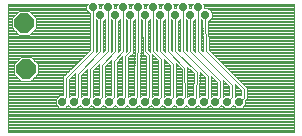
<source format=gbl>
G75*
%MOIN*%
%OFA0B0*%
%FSLAX25Y25*%
%IPPOS*%
%LPD*%
%AMOC8*
5,1,8,0,0,1.08239X$1,22.5*
%
%ADD10C,0.02787*%
%ADD11C,0.00492*%
%ADD12OC8,0.06496*%
D10*
X0045371Y0024406D03*
X0049308Y0024406D03*
X0053245Y0024406D03*
X0057201Y0024406D03*
X0061119Y0024406D03*
X0065056Y0024406D03*
X0068993Y0024406D03*
X0072930Y0024406D03*
X0076867Y0024406D03*
X0080804Y0024406D03*
X0084741Y0024406D03*
X0088678Y0024406D03*
X0092615Y0024406D03*
X0096552Y0024406D03*
X0100489Y0024406D03*
X0104426Y0024406D03*
X0093166Y0053323D03*
X0090686Y0055843D03*
X0088166Y0053323D03*
X0085686Y0055843D03*
X0083166Y0053323D03*
X0080686Y0055843D03*
X0078166Y0053323D03*
X0075686Y0055843D03*
X0073166Y0053323D03*
X0070686Y0055843D03*
X0068166Y0053323D03*
X0065686Y0055843D03*
X0063166Y0053323D03*
X0060686Y0055843D03*
X0058166Y0053323D03*
X0055686Y0055843D03*
D11*
X0027375Y0057067D02*
X0027375Y0014283D01*
X0122816Y0014283D01*
X0122816Y0057067D01*
X0092476Y0057067D01*
X0092818Y0056726D01*
X0092818Y0055455D01*
X0094049Y0055455D01*
X0095298Y0054206D01*
X0095298Y0052440D01*
X0094171Y0051313D01*
X0094283Y0041747D01*
X0106420Y0029611D01*
X0106435Y0029610D01*
X0106706Y0029324D01*
X0106985Y0029045D01*
X0106985Y0029030D01*
X0106996Y0029018D01*
X0106985Y0028624D01*
X0106985Y0028230D01*
X0106974Y0028219D01*
X0106917Y0026156D01*
X0106922Y0026150D01*
X0106906Y0025750D01*
X0106895Y0025349D01*
X0106889Y0025343D01*
X0106889Y0025336D01*
X0106593Y0025064D01*
X0106558Y0025030D01*
X0106558Y0023522D01*
X0105309Y0022274D01*
X0103543Y0022274D01*
X0102457Y0023359D01*
X0101372Y0022274D01*
X0099606Y0022274D01*
X0098520Y0023359D01*
X0097435Y0022274D01*
X0095669Y0022274D01*
X0094583Y0023359D01*
X0093498Y0022274D01*
X0091732Y0022274D01*
X0090646Y0023359D01*
X0089561Y0022274D01*
X0087795Y0022274D01*
X0086709Y0023359D01*
X0085624Y0022274D01*
X0083858Y0022274D01*
X0082772Y0023359D01*
X0081687Y0022274D01*
X0079921Y0022274D01*
X0078835Y0023359D01*
X0077750Y0022274D01*
X0075984Y0022274D01*
X0074898Y0023359D01*
X0073813Y0022274D01*
X0072047Y0022274D01*
X0070961Y0023359D01*
X0069876Y0022274D01*
X0068110Y0022274D01*
X0067024Y0023359D01*
X0065939Y0022274D01*
X0064173Y0022274D01*
X0063087Y0023359D01*
X0062002Y0022274D01*
X0060236Y0022274D01*
X0059160Y0023349D01*
X0058084Y0022274D01*
X0056318Y0022274D01*
X0055223Y0023369D01*
X0054128Y0022274D01*
X0052362Y0022274D01*
X0051276Y0023359D01*
X0050191Y0022274D01*
X0048425Y0022274D01*
X0047339Y0023359D01*
X0046254Y0022274D01*
X0044488Y0022274D01*
X0043239Y0023522D01*
X0043239Y0025289D01*
X0044488Y0026537D01*
X0045863Y0026537D01*
X0045863Y0032786D01*
X0054626Y0041548D01*
X0054710Y0053803D01*
X0053554Y0054959D01*
X0053554Y0056726D01*
X0053895Y0057067D01*
X0027375Y0057067D01*
X0027375Y0056752D02*
X0053580Y0056752D01*
X0053554Y0056262D02*
X0027375Y0056262D01*
X0027375Y0055771D02*
X0053554Y0055771D01*
X0053554Y0055280D02*
X0027375Y0055280D01*
X0027375Y0054790D02*
X0053724Y0054790D01*
X0054214Y0054299D02*
X0034796Y0054299D01*
X0034423Y0054671D02*
X0031121Y0054671D01*
X0028786Y0052336D01*
X0028786Y0049034D01*
X0031121Y0046699D01*
X0034423Y0046699D01*
X0036759Y0049034D01*
X0036759Y0052336D01*
X0034423Y0054671D01*
X0035286Y0053808D02*
X0054705Y0053808D01*
X0054707Y0053318D02*
X0035777Y0053318D01*
X0036268Y0052827D02*
X0054704Y0052827D01*
X0054700Y0052336D02*
X0036758Y0052336D01*
X0036759Y0051846D02*
X0054697Y0051846D01*
X0054693Y0051355D02*
X0036759Y0051355D01*
X0036759Y0050865D02*
X0054690Y0050865D01*
X0054687Y0050374D02*
X0036759Y0050374D01*
X0036759Y0049883D02*
X0054683Y0049883D01*
X0054680Y0049393D02*
X0036759Y0049393D01*
X0036627Y0048902D02*
X0054676Y0048902D01*
X0054673Y0048411D02*
X0036136Y0048411D01*
X0035645Y0047921D02*
X0054670Y0047921D01*
X0054666Y0047430D02*
X0035155Y0047430D01*
X0034664Y0046939D02*
X0054663Y0046939D01*
X0054659Y0046449D02*
X0027375Y0046449D01*
X0027375Y0046939D02*
X0030881Y0046939D01*
X0030390Y0047430D02*
X0027375Y0047430D01*
X0027375Y0047921D02*
X0029899Y0047921D01*
X0029409Y0048411D02*
X0027375Y0048411D01*
X0027375Y0048902D02*
X0028918Y0048902D01*
X0028786Y0049393D02*
X0027375Y0049393D01*
X0027375Y0049883D02*
X0028786Y0049883D01*
X0028786Y0050374D02*
X0027375Y0050374D01*
X0027375Y0050865D02*
X0028786Y0050865D01*
X0028786Y0051355D02*
X0027375Y0051355D01*
X0027375Y0051846D02*
X0028786Y0051846D01*
X0028786Y0052336D02*
X0027375Y0052336D01*
X0027375Y0052827D02*
X0029277Y0052827D01*
X0029768Y0053318D02*
X0027375Y0053318D01*
X0027375Y0053808D02*
X0030258Y0053808D01*
X0030749Y0054299D02*
X0027375Y0054299D01*
X0027375Y0045958D02*
X0054656Y0045958D01*
X0054653Y0045468D02*
X0027375Y0045468D01*
X0027375Y0044977D02*
X0054649Y0044977D01*
X0054646Y0044486D02*
X0027375Y0044486D01*
X0027375Y0043996D02*
X0054642Y0043996D01*
X0054639Y0043505D02*
X0027375Y0043505D01*
X0027375Y0043014D02*
X0054636Y0043014D01*
X0054632Y0042524D02*
X0027375Y0042524D01*
X0027375Y0042033D02*
X0054629Y0042033D01*
X0054620Y0041542D02*
X0027375Y0041542D01*
X0027375Y0041052D02*
X0054129Y0041052D01*
X0053638Y0040561D02*
X0027375Y0040561D01*
X0027375Y0040071D02*
X0053148Y0040071D01*
X0052657Y0039580D02*
X0027375Y0039580D01*
X0027375Y0039089D02*
X0031287Y0039089D01*
X0031613Y0039415D02*
X0029278Y0037080D01*
X0029278Y0033778D01*
X0031613Y0031443D01*
X0034916Y0031443D01*
X0037251Y0033778D01*
X0037251Y0037080D01*
X0034916Y0039415D01*
X0031613Y0039415D01*
X0030797Y0038599D02*
X0027375Y0038599D01*
X0027375Y0038108D02*
X0030306Y0038108D01*
X0029815Y0037617D02*
X0027375Y0037617D01*
X0027375Y0037127D02*
X0029325Y0037127D01*
X0029278Y0036636D02*
X0027375Y0036636D01*
X0027375Y0036145D02*
X0029278Y0036145D01*
X0029278Y0035655D02*
X0027375Y0035655D01*
X0027375Y0035164D02*
X0029278Y0035164D01*
X0029278Y0034674D02*
X0027375Y0034674D01*
X0027375Y0034183D02*
X0029278Y0034183D01*
X0029364Y0033692D02*
X0027375Y0033692D01*
X0027375Y0033202D02*
X0029855Y0033202D01*
X0030345Y0032711D02*
X0027375Y0032711D01*
X0027375Y0032220D02*
X0030836Y0032220D01*
X0031327Y0031730D02*
X0027375Y0031730D01*
X0027375Y0031239D02*
X0045863Y0031239D01*
X0045863Y0030748D02*
X0027375Y0030748D01*
X0027375Y0030258D02*
X0045863Y0030258D01*
X0045863Y0029767D02*
X0027375Y0029767D01*
X0027375Y0029277D02*
X0045863Y0029277D01*
X0045863Y0028786D02*
X0027375Y0028786D01*
X0027375Y0028295D02*
X0045863Y0028295D01*
X0045863Y0027805D02*
X0027375Y0027805D01*
X0027375Y0027314D02*
X0045863Y0027314D01*
X0045863Y0026823D02*
X0027375Y0026823D01*
X0027375Y0026333D02*
X0044283Y0026333D01*
X0043792Y0025842D02*
X0027375Y0025842D01*
X0027375Y0025351D02*
X0043302Y0025351D01*
X0043239Y0024861D02*
X0027375Y0024861D01*
X0027375Y0024370D02*
X0043239Y0024370D01*
X0043239Y0023879D02*
X0027375Y0023879D01*
X0027375Y0023389D02*
X0043372Y0023389D01*
X0043863Y0022898D02*
X0027375Y0022898D01*
X0027375Y0022408D02*
X0044354Y0022408D01*
X0046388Y0022408D02*
X0048291Y0022408D01*
X0047800Y0022898D02*
X0046878Y0022898D01*
X0045371Y0024406D02*
X0046847Y0025882D01*
X0046847Y0032378D01*
X0055607Y0041138D01*
X0055705Y0055350D01*
X0055686Y0055843D01*
X0057791Y0056752D02*
X0058580Y0056752D01*
X0058554Y0056726D02*
X0058554Y0055455D01*
X0057818Y0055455D01*
X0057818Y0056726D01*
X0057476Y0057067D01*
X0058895Y0057067D01*
X0058554Y0056726D01*
X0058554Y0056262D02*
X0057818Y0056262D01*
X0057818Y0055771D02*
X0058554Y0055771D01*
X0060686Y0055843D02*
X0060725Y0041236D01*
X0054721Y0035232D01*
X0054721Y0025882D01*
X0053245Y0024406D01*
X0054752Y0022898D02*
X0055694Y0022898D01*
X0056184Y0022408D02*
X0054262Y0022408D01*
X0052228Y0022408D02*
X0050325Y0022408D01*
X0050815Y0022898D02*
X0051737Y0022898D01*
X0049308Y0024406D02*
X0050784Y0025882D01*
X0050784Y0033756D01*
X0058166Y0041138D01*
X0058166Y0053323D01*
X0056665Y0051809D02*
X0057182Y0051292D01*
X0057182Y0041545D01*
X0056591Y0040955D01*
X0056591Y0041134D01*
X0056665Y0051809D01*
X0056662Y0051355D02*
X0057119Y0051355D01*
X0057182Y0050865D02*
X0056659Y0050865D01*
X0056655Y0050374D02*
X0057182Y0050374D01*
X0057182Y0049883D02*
X0056652Y0049883D01*
X0056648Y0049393D02*
X0057182Y0049393D01*
X0057182Y0048902D02*
X0056645Y0048902D01*
X0056642Y0048411D02*
X0057182Y0048411D01*
X0057182Y0047921D02*
X0056638Y0047921D01*
X0056635Y0047430D02*
X0057182Y0047430D01*
X0057182Y0046939D02*
X0056631Y0046939D01*
X0056628Y0046449D02*
X0057182Y0046449D01*
X0057182Y0045958D02*
X0056625Y0045958D01*
X0056621Y0045468D02*
X0057182Y0045468D01*
X0057182Y0044977D02*
X0056618Y0044977D01*
X0056614Y0044486D02*
X0057182Y0044486D01*
X0057182Y0043996D02*
X0056611Y0043996D01*
X0056608Y0043505D02*
X0057182Y0043505D01*
X0057182Y0043014D02*
X0056604Y0043014D01*
X0056601Y0042524D02*
X0057182Y0042524D01*
X0057182Y0042033D02*
X0056597Y0042033D01*
X0056594Y0041542D02*
X0057179Y0041542D01*
X0056688Y0041052D02*
X0056591Y0041052D01*
X0059150Y0041053D02*
X0059740Y0041643D01*
X0059712Y0051854D01*
X0059150Y0051292D01*
X0059150Y0041053D01*
X0059150Y0041542D02*
X0059639Y0041542D01*
X0059739Y0042033D02*
X0059150Y0042033D01*
X0059150Y0042524D02*
X0059737Y0042524D01*
X0059736Y0043014D02*
X0059150Y0043014D01*
X0059150Y0043505D02*
X0059735Y0043505D01*
X0059733Y0043996D02*
X0059150Y0043996D01*
X0059150Y0044486D02*
X0059732Y0044486D01*
X0059731Y0044977D02*
X0059150Y0044977D01*
X0059150Y0045468D02*
X0059729Y0045468D01*
X0059728Y0045958D02*
X0059150Y0045958D01*
X0059150Y0046449D02*
X0059727Y0046449D01*
X0059725Y0046939D02*
X0059150Y0046939D01*
X0059150Y0047430D02*
X0059724Y0047430D01*
X0059723Y0047921D02*
X0059150Y0047921D01*
X0059150Y0048411D02*
X0059721Y0048411D01*
X0059720Y0048902D02*
X0059150Y0048902D01*
X0059150Y0049393D02*
X0059719Y0049393D01*
X0059717Y0049883D02*
X0059150Y0049883D01*
X0059150Y0050374D02*
X0059716Y0050374D01*
X0059715Y0050865D02*
X0059150Y0050865D01*
X0059213Y0051355D02*
X0059714Y0051355D01*
X0059704Y0051846D02*
X0059712Y0051846D01*
X0061681Y0051793D02*
X0062185Y0051289D01*
X0062201Y0041545D01*
X0061710Y0041054D01*
X0061709Y0041237D01*
X0061709Y0041644D01*
X0061708Y0041645D01*
X0061681Y0051793D01*
X0061682Y0051355D02*
X0062119Y0051355D01*
X0062186Y0050865D02*
X0061683Y0050865D01*
X0061685Y0050374D02*
X0062187Y0050374D01*
X0062187Y0049883D02*
X0061686Y0049883D01*
X0061687Y0049393D02*
X0062188Y0049393D01*
X0062189Y0048902D02*
X0061689Y0048902D01*
X0061690Y0048411D02*
X0062190Y0048411D01*
X0062190Y0047921D02*
X0061691Y0047921D01*
X0061693Y0047430D02*
X0062191Y0047430D01*
X0062192Y0046939D02*
X0061694Y0046939D01*
X0061695Y0046449D02*
X0062193Y0046449D01*
X0062194Y0045958D02*
X0061697Y0045958D01*
X0061698Y0045468D02*
X0062194Y0045468D01*
X0062195Y0044977D02*
X0061699Y0044977D01*
X0061701Y0044486D02*
X0062196Y0044486D01*
X0062197Y0043996D02*
X0061702Y0043996D01*
X0061703Y0043505D02*
X0062198Y0043505D01*
X0062198Y0043014D02*
X0061705Y0043014D01*
X0061706Y0042524D02*
X0062199Y0042524D01*
X0062200Y0042033D02*
X0061707Y0042033D01*
X0061709Y0041542D02*
X0062198Y0041542D01*
X0063186Y0041138D02*
X0063166Y0053323D01*
X0064691Y0051833D02*
X0064663Y0041547D01*
X0064170Y0041053D01*
X0064170Y0041135D01*
X0064170Y0041545D01*
X0064169Y0041546D01*
X0064154Y0051295D01*
X0064691Y0051833D01*
X0064689Y0051355D02*
X0064213Y0051355D01*
X0064154Y0050865D02*
X0064688Y0050865D01*
X0064687Y0050374D02*
X0064155Y0050374D01*
X0064156Y0049883D02*
X0064685Y0049883D01*
X0064684Y0049393D02*
X0064157Y0049393D01*
X0064157Y0048902D02*
X0064683Y0048902D01*
X0064682Y0048411D02*
X0064158Y0048411D01*
X0064159Y0047921D02*
X0064680Y0047921D01*
X0064679Y0047430D02*
X0064160Y0047430D01*
X0064161Y0046939D02*
X0064678Y0046939D01*
X0064676Y0046449D02*
X0064161Y0046449D01*
X0064162Y0045958D02*
X0064675Y0045958D01*
X0064674Y0045468D02*
X0064163Y0045468D01*
X0064164Y0044977D02*
X0064672Y0044977D01*
X0064671Y0044486D02*
X0064165Y0044486D01*
X0064165Y0043996D02*
X0064670Y0043996D01*
X0064668Y0043505D02*
X0064166Y0043505D01*
X0064167Y0043014D02*
X0064667Y0043014D01*
X0064666Y0042524D02*
X0064168Y0042524D01*
X0064168Y0042033D02*
X0064664Y0042033D01*
X0064659Y0041542D02*
X0064170Y0041542D01*
X0063186Y0041138D02*
X0058658Y0036610D01*
X0058658Y0025882D01*
X0057201Y0024406D01*
X0055705Y0025924D02*
X0055705Y0034825D01*
X0057674Y0036793D01*
X0057674Y0026537D01*
X0056318Y0026537D01*
X0055705Y0025924D01*
X0055705Y0026333D02*
X0056114Y0026333D01*
X0055705Y0026823D02*
X0057674Y0026823D01*
X0057674Y0027314D02*
X0055705Y0027314D01*
X0055705Y0027805D02*
X0057674Y0027805D01*
X0057674Y0028295D02*
X0055705Y0028295D01*
X0055705Y0028786D02*
X0057674Y0028786D01*
X0057674Y0029277D02*
X0055705Y0029277D01*
X0055705Y0029767D02*
X0057674Y0029767D01*
X0057674Y0030258D02*
X0055705Y0030258D01*
X0055705Y0030748D02*
X0057674Y0030748D01*
X0057674Y0031239D02*
X0055705Y0031239D01*
X0055705Y0031730D02*
X0057674Y0031730D01*
X0057674Y0032220D02*
X0055705Y0032220D01*
X0055705Y0032711D02*
X0057674Y0032711D01*
X0057674Y0033202D02*
X0055705Y0033202D01*
X0055705Y0033692D02*
X0057674Y0033692D01*
X0057674Y0034183D02*
X0055705Y0034183D01*
X0055705Y0034674D02*
X0057674Y0034674D01*
X0057674Y0035164D02*
X0056045Y0035164D01*
X0056536Y0035655D02*
X0057674Y0035655D01*
X0057674Y0036145D02*
X0057026Y0036145D01*
X0057517Y0036636D02*
X0057674Y0036636D01*
X0059642Y0036203D02*
X0061611Y0038171D01*
X0061611Y0026537D01*
X0060236Y0026537D01*
X0059642Y0025944D01*
X0059642Y0036203D01*
X0059642Y0036145D02*
X0061611Y0036145D01*
X0061611Y0035655D02*
X0059642Y0035655D01*
X0059642Y0035164D02*
X0061611Y0035164D01*
X0061611Y0034674D02*
X0059642Y0034674D01*
X0059642Y0034183D02*
X0061611Y0034183D01*
X0061611Y0033692D02*
X0059642Y0033692D01*
X0059642Y0033202D02*
X0061611Y0033202D01*
X0061611Y0032711D02*
X0059642Y0032711D01*
X0059642Y0032220D02*
X0061611Y0032220D01*
X0061611Y0031730D02*
X0059642Y0031730D01*
X0059642Y0031239D02*
X0061611Y0031239D01*
X0061611Y0030748D02*
X0059642Y0030748D01*
X0059642Y0030258D02*
X0061611Y0030258D01*
X0061611Y0029767D02*
X0059642Y0029767D01*
X0059642Y0029277D02*
X0061611Y0029277D01*
X0061611Y0028786D02*
X0059642Y0028786D01*
X0059642Y0028295D02*
X0061611Y0028295D01*
X0061611Y0027805D02*
X0059642Y0027805D01*
X0059642Y0027314D02*
X0061611Y0027314D01*
X0061611Y0026823D02*
X0059642Y0026823D01*
X0059642Y0026333D02*
X0060031Y0026333D01*
X0061119Y0024406D02*
X0062595Y0025882D01*
X0062595Y0038087D01*
X0065646Y0041138D01*
X0065686Y0055843D01*
X0067818Y0055771D02*
X0068554Y0055771D01*
X0068554Y0055455D02*
X0067818Y0055455D01*
X0067818Y0056726D01*
X0067476Y0057067D01*
X0068895Y0057067D01*
X0068554Y0056726D01*
X0068554Y0055455D01*
X0068554Y0056262D02*
X0067818Y0056262D01*
X0067791Y0056752D02*
X0068580Y0056752D01*
X0070686Y0055843D02*
X0070686Y0055390D01*
X0070469Y0025882D01*
X0068993Y0024406D01*
X0070500Y0022898D02*
X0071422Y0022898D01*
X0071913Y0022408D02*
X0070010Y0022408D01*
X0067976Y0022408D02*
X0066073Y0022408D01*
X0066563Y0022898D02*
X0067485Y0022898D01*
X0065056Y0024406D02*
X0066532Y0025882D01*
X0066532Y0039563D01*
X0068205Y0041236D01*
X0068166Y0053185D01*
X0068166Y0053323D01*
X0066659Y0051815D02*
X0067188Y0051286D01*
X0067220Y0041643D01*
X0066631Y0041053D01*
X0066631Y0041136D01*
X0066659Y0051815D01*
X0066658Y0051355D02*
X0067119Y0051355D01*
X0067189Y0050865D02*
X0066657Y0050865D01*
X0066655Y0050374D02*
X0067191Y0050374D01*
X0067193Y0049883D02*
X0066654Y0049883D01*
X0066653Y0049393D02*
X0067194Y0049393D01*
X0067196Y0048902D02*
X0066651Y0048902D01*
X0066650Y0048411D02*
X0067197Y0048411D01*
X0067199Y0047921D02*
X0066649Y0047921D01*
X0066647Y0047430D02*
X0067201Y0047430D01*
X0067202Y0046939D02*
X0066646Y0046939D01*
X0066645Y0046449D02*
X0067204Y0046449D01*
X0067206Y0045958D02*
X0066643Y0045958D01*
X0066642Y0045468D02*
X0067207Y0045468D01*
X0067209Y0044977D02*
X0066641Y0044977D01*
X0066640Y0044486D02*
X0067210Y0044486D01*
X0067212Y0043996D02*
X0066638Y0043996D01*
X0066637Y0043505D02*
X0067214Y0043505D01*
X0067215Y0043014D02*
X0066636Y0043014D01*
X0066634Y0042524D02*
X0067217Y0042524D01*
X0067219Y0042033D02*
X0066633Y0042033D01*
X0066632Y0041542D02*
X0067120Y0041542D01*
X0068432Y0040071D02*
X0069589Y0040071D01*
X0069593Y0040561D02*
X0068922Y0040561D01*
X0068902Y0040541D02*
X0069190Y0040829D01*
X0069190Y0040830D01*
X0069191Y0040832D01*
X0069190Y0041239D01*
X0069190Y0041644D01*
X0069188Y0041645D01*
X0069156Y0051298D01*
X0069675Y0051817D01*
X0069490Y0026537D01*
X0068110Y0026537D01*
X0067516Y0025944D01*
X0067516Y0039155D01*
X0068614Y0040253D01*
X0068616Y0040253D01*
X0068902Y0040541D01*
X0069190Y0041052D02*
X0069596Y0041052D01*
X0069600Y0041542D02*
X0069190Y0041542D01*
X0069187Y0042033D02*
X0069603Y0042033D01*
X0069607Y0042524D02*
X0069185Y0042524D01*
X0069184Y0043014D02*
X0069611Y0043014D01*
X0069614Y0043505D02*
X0069182Y0043505D01*
X0069181Y0043996D02*
X0069618Y0043996D01*
X0069621Y0044486D02*
X0069179Y0044486D01*
X0069177Y0044977D02*
X0069625Y0044977D01*
X0069629Y0045468D02*
X0069176Y0045468D01*
X0069174Y0045958D02*
X0069632Y0045958D01*
X0069636Y0046449D02*
X0069172Y0046449D01*
X0069171Y0046939D02*
X0069639Y0046939D01*
X0069643Y0047430D02*
X0069169Y0047430D01*
X0069168Y0047921D02*
X0069647Y0047921D01*
X0069650Y0048411D02*
X0069166Y0048411D01*
X0069164Y0048902D02*
X0069654Y0048902D01*
X0069657Y0049393D02*
X0069163Y0049393D01*
X0069161Y0049883D02*
X0069661Y0049883D01*
X0069665Y0050374D02*
X0069160Y0050374D01*
X0069158Y0050865D02*
X0069668Y0050865D01*
X0069672Y0051355D02*
X0069213Y0051355D01*
X0071640Y0051355D02*
X0072119Y0051355D01*
X0072192Y0051282D02*
X0072241Y0041136D01*
X0072241Y0040730D01*
X0072243Y0040728D01*
X0072243Y0040725D01*
X0072531Y0040440D01*
X0073422Y0039549D01*
X0073422Y0026537D01*
X0072047Y0026537D01*
X0071454Y0025945D01*
X0071644Y0051830D01*
X0072192Y0051282D01*
X0072194Y0050865D02*
X0071637Y0050865D01*
X0071633Y0050374D02*
X0072196Y0050374D01*
X0072198Y0049883D02*
X0071630Y0049883D01*
X0071626Y0049393D02*
X0072201Y0049393D01*
X0072203Y0048902D02*
X0071622Y0048902D01*
X0071619Y0048411D02*
X0072206Y0048411D01*
X0072208Y0047921D02*
X0071615Y0047921D01*
X0071612Y0047430D02*
X0072210Y0047430D01*
X0072213Y0046939D02*
X0071608Y0046939D01*
X0071604Y0046449D02*
X0072215Y0046449D01*
X0072217Y0045958D02*
X0071601Y0045958D01*
X0071597Y0045468D02*
X0072220Y0045468D01*
X0072222Y0044977D02*
X0071594Y0044977D01*
X0071590Y0044486D02*
X0072225Y0044486D01*
X0072227Y0043996D02*
X0071586Y0043996D01*
X0071583Y0043505D02*
X0072229Y0043505D01*
X0072232Y0043014D02*
X0071579Y0043014D01*
X0071576Y0042524D02*
X0072234Y0042524D01*
X0072236Y0042033D02*
X0071572Y0042033D01*
X0071568Y0041542D02*
X0072239Y0041542D01*
X0072241Y0041052D02*
X0071565Y0041052D01*
X0071561Y0040561D02*
X0072409Y0040561D01*
X0072900Y0040071D02*
X0071558Y0040071D01*
X0071554Y0039580D02*
X0073391Y0039580D01*
X0073422Y0039089D02*
X0071550Y0039089D01*
X0071547Y0038599D02*
X0073422Y0038599D01*
X0073422Y0038108D02*
X0071543Y0038108D01*
X0071540Y0037617D02*
X0073422Y0037617D01*
X0073422Y0037127D02*
X0071536Y0037127D01*
X0071532Y0036636D02*
X0073422Y0036636D01*
X0073422Y0036145D02*
X0071529Y0036145D01*
X0071525Y0035655D02*
X0073422Y0035655D01*
X0073422Y0035164D02*
X0071522Y0035164D01*
X0071518Y0034674D02*
X0073422Y0034674D01*
X0073422Y0034183D02*
X0071514Y0034183D01*
X0071511Y0033692D02*
X0073422Y0033692D01*
X0073422Y0033202D02*
X0071507Y0033202D01*
X0071504Y0032711D02*
X0073422Y0032711D01*
X0073422Y0032220D02*
X0071500Y0032220D01*
X0071496Y0031730D02*
X0073422Y0031730D01*
X0073422Y0031239D02*
X0071493Y0031239D01*
X0071489Y0030748D02*
X0073422Y0030748D01*
X0073422Y0030258D02*
X0071486Y0030258D01*
X0071482Y0029767D02*
X0073422Y0029767D01*
X0073422Y0029277D02*
X0071478Y0029277D01*
X0071475Y0028786D02*
X0073422Y0028786D01*
X0073422Y0028295D02*
X0071471Y0028295D01*
X0071468Y0027805D02*
X0073422Y0027805D01*
X0073422Y0027314D02*
X0071464Y0027314D01*
X0071460Y0026823D02*
X0073422Y0026823D01*
X0074406Y0025882D02*
X0074406Y0039957D01*
X0073225Y0041138D01*
X0073166Y0053323D01*
X0074701Y0051843D02*
X0074701Y0041053D01*
X0074207Y0041547D01*
X0074160Y0051302D01*
X0074701Y0051843D01*
X0074701Y0051355D02*
X0074213Y0051355D01*
X0074162Y0050865D02*
X0074701Y0050865D01*
X0074701Y0050374D02*
X0074165Y0050374D01*
X0074167Y0049883D02*
X0074701Y0049883D01*
X0074701Y0049393D02*
X0074169Y0049393D01*
X0074172Y0048902D02*
X0074701Y0048902D01*
X0074701Y0048411D02*
X0074174Y0048411D01*
X0074176Y0047921D02*
X0074701Y0047921D01*
X0074701Y0047430D02*
X0074179Y0047430D01*
X0074181Y0046939D02*
X0074701Y0046939D01*
X0074701Y0046449D02*
X0074184Y0046449D01*
X0074186Y0045958D02*
X0074701Y0045958D01*
X0074701Y0045468D02*
X0074188Y0045468D01*
X0074191Y0044977D02*
X0074701Y0044977D01*
X0074701Y0044486D02*
X0074193Y0044486D01*
X0074195Y0043996D02*
X0074701Y0043996D01*
X0074701Y0043505D02*
X0074198Y0043505D01*
X0074200Y0043014D02*
X0074701Y0043014D01*
X0074701Y0042524D02*
X0074203Y0042524D01*
X0074205Y0042033D02*
X0074701Y0042033D01*
X0074701Y0041542D02*
X0074212Y0041542D01*
X0075686Y0041236D02*
X0075686Y0055843D01*
X0077818Y0055771D02*
X0078554Y0055771D01*
X0078554Y0055455D02*
X0077818Y0055455D01*
X0077818Y0056726D01*
X0077476Y0057067D01*
X0078895Y0057067D01*
X0078554Y0056726D01*
X0078554Y0055455D01*
X0078554Y0056262D02*
X0077818Y0056262D01*
X0077791Y0056752D02*
X0078580Y0056752D01*
X0080676Y0055872D02*
X0080686Y0055843D01*
X0080676Y0055872D02*
X0080676Y0048878D01*
X0080705Y0048848D01*
X0080705Y0041236D01*
X0086217Y0035724D01*
X0086237Y0025902D01*
X0084741Y0024406D01*
X0083264Y0025944D02*
X0083264Y0037285D01*
X0085234Y0035316D01*
X0085251Y0026537D01*
X0083858Y0026537D01*
X0083264Y0025944D01*
X0083264Y0026333D02*
X0083653Y0026333D01*
X0083264Y0026823D02*
X0085251Y0026823D01*
X0085250Y0027314D02*
X0083264Y0027314D01*
X0083264Y0027805D02*
X0085249Y0027805D01*
X0085248Y0028295D02*
X0083264Y0028295D01*
X0083264Y0028786D02*
X0085247Y0028786D01*
X0085246Y0029277D02*
X0083264Y0029277D01*
X0083264Y0029767D02*
X0085245Y0029767D01*
X0085244Y0030258D02*
X0083264Y0030258D01*
X0083264Y0030748D02*
X0085243Y0030748D01*
X0085242Y0031239D02*
X0083264Y0031239D01*
X0083264Y0031730D02*
X0085241Y0031730D01*
X0085240Y0032220D02*
X0083264Y0032220D01*
X0083264Y0032711D02*
X0085239Y0032711D01*
X0085238Y0033202D02*
X0083264Y0033202D01*
X0083264Y0033692D02*
X0085237Y0033692D01*
X0085236Y0034183D02*
X0083264Y0034183D01*
X0083264Y0034674D02*
X0085235Y0034674D01*
X0085234Y0035164D02*
X0083264Y0035164D01*
X0083264Y0035655D02*
X0084895Y0035655D01*
X0084404Y0036145D02*
X0083264Y0036145D01*
X0083264Y0036636D02*
X0083914Y0036636D01*
X0083423Y0037127D02*
X0083264Y0037127D01*
X0082280Y0037102D02*
X0078146Y0041236D01*
X0078166Y0053323D01*
X0076670Y0051804D02*
X0077178Y0051295D01*
X0077163Y0041645D01*
X0077162Y0041644D01*
X0077162Y0041238D01*
X0077162Y0041152D01*
X0076670Y0041644D01*
X0076670Y0051804D01*
X0076670Y0051355D02*
X0077119Y0051355D01*
X0077178Y0050865D02*
X0076670Y0050865D01*
X0076670Y0050374D02*
X0077177Y0050374D01*
X0077176Y0049883D02*
X0076670Y0049883D01*
X0076670Y0049393D02*
X0077175Y0049393D01*
X0077175Y0048902D02*
X0076670Y0048902D01*
X0076670Y0048411D02*
X0077174Y0048411D01*
X0077173Y0047921D02*
X0076670Y0047921D01*
X0076670Y0047430D02*
X0077172Y0047430D01*
X0077171Y0046939D02*
X0076670Y0046939D01*
X0076670Y0046449D02*
X0077171Y0046449D01*
X0077170Y0045958D02*
X0076670Y0045958D01*
X0076670Y0045468D02*
X0077169Y0045468D01*
X0077168Y0044977D02*
X0076670Y0044977D01*
X0076670Y0044486D02*
X0077167Y0044486D01*
X0077167Y0043996D02*
X0076670Y0043996D01*
X0076670Y0043505D02*
X0077166Y0043505D01*
X0077165Y0043014D02*
X0076670Y0043014D01*
X0076670Y0042524D02*
X0077164Y0042524D01*
X0077163Y0042033D02*
X0076670Y0042033D01*
X0076771Y0041542D02*
X0077162Y0041542D01*
X0075686Y0041236D02*
X0078343Y0038579D01*
X0078343Y0025882D01*
X0076867Y0024406D01*
X0078374Y0022898D02*
X0079296Y0022898D01*
X0079787Y0022408D02*
X0077884Y0022408D01*
X0075850Y0022408D02*
X0073947Y0022408D01*
X0074437Y0022898D02*
X0075359Y0022898D01*
X0072930Y0024406D02*
X0074406Y0025882D01*
X0075390Y0025944D02*
X0075390Y0040140D01*
X0077359Y0038171D01*
X0077359Y0026537D01*
X0075984Y0026537D01*
X0075390Y0025944D01*
X0075390Y0026333D02*
X0075779Y0026333D01*
X0075390Y0026823D02*
X0077359Y0026823D01*
X0077359Y0027314D02*
X0075390Y0027314D01*
X0075390Y0027805D02*
X0077359Y0027805D01*
X0077359Y0028295D02*
X0075390Y0028295D01*
X0075390Y0028786D02*
X0077359Y0028786D01*
X0077359Y0029277D02*
X0075390Y0029277D01*
X0075390Y0029767D02*
X0077359Y0029767D01*
X0077359Y0030258D02*
X0075390Y0030258D01*
X0075390Y0030748D02*
X0077359Y0030748D01*
X0077359Y0031239D02*
X0075390Y0031239D01*
X0075390Y0031730D02*
X0077359Y0031730D01*
X0077359Y0032220D02*
X0075390Y0032220D01*
X0075390Y0032711D02*
X0077359Y0032711D01*
X0077359Y0033202D02*
X0075390Y0033202D01*
X0075390Y0033692D02*
X0077359Y0033692D01*
X0077359Y0034183D02*
X0075390Y0034183D01*
X0075390Y0034674D02*
X0077359Y0034674D01*
X0077359Y0035164D02*
X0075390Y0035164D01*
X0075390Y0035655D02*
X0077359Y0035655D01*
X0077359Y0036145D02*
X0075390Y0036145D01*
X0075390Y0036636D02*
X0077359Y0036636D01*
X0077359Y0037127D02*
X0075390Y0037127D01*
X0075390Y0037617D02*
X0077359Y0037617D01*
X0077359Y0038108D02*
X0075390Y0038108D01*
X0075390Y0038599D02*
X0076931Y0038599D01*
X0076441Y0039089D02*
X0075390Y0039089D01*
X0075390Y0039580D02*
X0075950Y0039580D01*
X0075459Y0040071D02*
X0075390Y0040071D01*
X0079131Y0041643D02*
X0079147Y0051289D01*
X0079692Y0051833D01*
X0079692Y0048470D01*
X0079721Y0048441D01*
X0079721Y0041053D01*
X0079131Y0041643D01*
X0079232Y0041542D02*
X0079721Y0041542D01*
X0079721Y0042033D02*
X0079132Y0042033D01*
X0079133Y0042524D02*
X0079721Y0042524D01*
X0079721Y0043014D02*
X0079133Y0043014D01*
X0079134Y0043505D02*
X0079721Y0043505D01*
X0079721Y0043996D02*
X0079135Y0043996D01*
X0079136Y0044486D02*
X0079721Y0044486D01*
X0079721Y0044977D02*
X0079137Y0044977D01*
X0079137Y0045468D02*
X0079721Y0045468D01*
X0079721Y0045958D02*
X0079138Y0045958D01*
X0079139Y0046449D02*
X0079721Y0046449D01*
X0079721Y0046939D02*
X0079140Y0046939D01*
X0079141Y0047430D02*
X0079721Y0047430D01*
X0079721Y0047921D02*
X0079141Y0047921D01*
X0079142Y0048411D02*
X0079721Y0048411D01*
X0079692Y0048902D02*
X0079143Y0048902D01*
X0079144Y0049393D02*
X0079692Y0049393D01*
X0079692Y0049883D02*
X0079145Y0049883D01*
X0079145Y0050374D02*
X0079692Y0050374D01*
X0079692Y0050865D02*
X0079146Y0050865D01*
X0079213Y0051355D02*
X0079692Y0051355D01*
X0081660Y0051355D02*
X0082119Y0051355D01*
X0082182Y0051292D02*
X0082182Y0041152D01*
X0081690Y0041644D01*
X0081690Y0049256D01*
X0081660Y0049286D01*
X0081660Y0051814D01*
X0082182Y0051292D01*
X0082182Y0050865D02*
X0081660Y0050865D01*
X0081660Y0050374D02*
X0082182Y0050374D01*
X0082182Y0049883D02*
X0081660Y0049883D01*
X0081660Y0049393D02*
X0082182Y0049393D01*
X0082182Y0048902D02*
X0081690Y0048902D01*
X0081690Y0048411D02*
X0082182Y0048411D01*
X0082182Y0047921D02*
X0081690Y0047921D01*
X0081690Y0047430D02*
X0082182Y0047430D01*
X0082182Y0046939D02*
X0081690Y0046939D01*
X0081690Y0046449D02*
X0082182Y0046449D01*
X0082182Y0045958D02*
X0081690Y0045958D01*
X0081690Y0045468D02*
X0082182Y0045468D01*
X0082182Y0044977D02*
X0081690Y0044977D01*
X0081690Y0044486D02*
X0082182Y0044486D01*
X0082182Y0043996D02*
X0081690Y0043996D01*
X0081690Y0043505D02*
X0082182Y0043505D01*
X0082182Y0043014D02*
X0081690Y0043014D01*
X0081690Y0042524D02*
X0082182Y0042524D01*
X0082182Y0042033D02*
X0081690Y0042033D01*
X0081791Y0041542D02*
X0082182Y0041542D01*
X0083166Y0041335D02*
X0083166Y0053323D01*
X0084704Y0051846D02*
X0084712Y0051846D01*
X0084712Y0051854D02*
X0084741Y0041333D01*
X0084741Y0041152D01*
X0084150Y0041742D01*
X0084150Y0051292D01*
X0084712Y0051854D01*
X0084713Y0051355D02*
X0084213Y0051355D01*
X0084150Y0050865D02*
X0084714Y0050865D01*
X0084716Y0050374D02*
X0084150Y0050374D01*
X0084150Y0049883D02*
X0084717Y0049883D01*
X0084719Y0049393D02*
X0084150Y0049393D01*
X0084150Y0048902D02*
X0084720Y0048902D01*
X0084721Y0048411D02*
X0084150Y0048411D01*
X0084150Y0047921D02*
X0084723Y0047921D01*
X0084724Y0047430D02*
X0084150Y0047430D01*
X0084150Y0046939D02*
X0084725Y0046939D01*
X0084727Y0046449D02*
X0084150Y0046449D01*
X0084150Y0045958D02*
X0084728Y0045958D01*
X0084729Y0045468D02*
X0084150Y0045468D01*
X0084150Y0044977D02*
X0084731Y0044977D01*
X0084732Y0044486D02*
X0084150Y0044486D01*
X0084150Y0043996D02*
X0084733Y0043996D01*
X0084735Y0043505D02*
X0084150Y0043505D01*
X0084150Y0043014D02*
X0084736Y0043014D01*
X0084738Y0042524D02*
X0084150Y0042524D01*
X0084150Y0042033D02*
X0084739Y0042033D01*
X0084740Y0041542D02*
X0084350Y0041542D01*
X0083166Y0041335D02*
X0090253Y0034248D01*
X0090154Y0025783D01*
X0088678Y0024406D01*
X0090185Y0022898D02*
X0091107Y0022898D01*
X0091598Y0022408D02*
X0089695Y0022408D01*
X0087661Y0022408D02*
X0085758Y0022408D01*
X0086248Y0022898D02*
X0087170Y0022898D01*
X0083724Y0022408D02*
X0081821Y0022408D01*
X0082311Y0022898D02*
X0083233Y0022898D01*
X0080804Y0024406D02*
X0082280Y0025882D01*
X0082280Y0037102D01*
X0081296Y0036695D02*
X0081296Y0026537D01*
X0079921Y0026537D01*
X0079327Y0025944D01*
X0079327Y0038663D01*
X0081296Y0036695D01*
X0081296Y0036636D02*
X0079327Y0036636D01*
X0079327Y0036145D02*
X0081296Y0036145D01*
X0081296Y0035655D02*
X0079327Y0035655D01*
X0079327Y0035164D02*
X0081296Y0035164D01*
X0081296Y0034674D02*
X0079327Y0034674D01*
X0079327Y0034183D02*
X0081296Y0034183D01*
X0081296Y0033692D02*
X0079327Y0033692D01*
X0079327Y0033202D02*
X0081296Y0033202D01*
X0081296Y0032711D02*
X0079327Y0032711D01*
X0079327Y0032220D02*
X0081296Y0032220D01*
X0081296Y0031730D02*
X0079327Y0031730D01*
X0079327Y0031239D02*
X0081296Y0031239D01*
X0081296Y0030748D02*
X0079327Y0030748D01*
X0079327Y0030258D02*
X0081296Y0030258D01*
X0081296Y0029767D02*
X0079327Y0029767D01*
X0079327Y0029277D02*
X0081296Y0029277D01*
X0081296Y0028786D02*
X0079327Y0028786D01*
X0079327Y0028295D02*
X0081296Y0028295D01*
X0081296Y0027805D02*
X0079327Y0027805D01*
X0079327Y0027314D02*
X0081296Y0027314D01*
X0081296Y0026823D02*
X0079327Y0026823D01*
X0079327Y0026333D02*
X0079716Y0026333D01*
X0087220Y0026333D02*
X0087590Y0026333D01*
X0087795Y0026537D02*
X0087221Y0025964D01*
X0087221Y0026309D01*
X0087220Y0026310D01*
X0087201Y0035723D01*
X0087201Y0035907D01*
X0089264Y0033845D01*
X0089179Y0026537D01*
X0087795Y0026537D01*
X0087219Y0026823D02*
X0089182Y0026823D01*
X0089188Y0027314D02*
X0087218Y0027314D01*
X0087217Y0027805D02*
X0089193Y0027805D01*
X0089199Y0028295D02*
X0087216Y0028295D01*
X0087215Y0028786D02*
X0089205Y0028786D01*
X0089211Y0029277D02*
X0087214Y0029277D01*
X0087213Y0029767D02*
X0089216Y0029767D01*
X0089222Y0030258D02*
X0087212Y0030258D01*
X0087211Y0030748D02*
X0089228Y0030748D01*
X0089233Y0031239D02*
X0087210Y0031239D01*
X0087209Y0031730D02*
X0089239Y0031730D01*
X0089245Y0032220D02*
X0087208Y0032220D01*
X0087207Y0032711D02*
X0089250Y0032711D01*
X0089256Y0033202D02*
X0087206Y0033202D01*
X0087205Y0033692D02*
X0089262Y0033692D01*
X0088926Y0034183D02*
X0087205Y0034183D01*
X0087204Y0034674D02*
X0088435Y0034674D01*
X0087945Y0035164D02*
X0087203Y0035164D01*
X0087202Y0035655D02*
X0087454Y0035655D01*
X0091239Y0034429D02*
X0093107Y0032561D01*
X0093107Y0026537D01*
X0091732Y0026537D01*
X0091145Y0025950D01*
X0091152Y0026157D01*
X0091143Y0026167D01*
X0091232Y0033836D01*
X0091237Y0033840D01*
X0091237Y0034242D01*
X0091239Y0034429D01*
X0091237Y0034183D02*
X0091485Y0034183D01*
X0091230Y0033692D02*
X0091976Y0033692D01*
X0092466Y0033202D02*
X0091225Y0033202D01*
X0091219Y0032711D02*
X0092957Y0032711D01*
X0093107Y0032220D02*
X0091213Y0032220D01*
X0091208Y0031730D02*
X0093107Y0031730D01*
X0093107Y0031239D02*
X0091202Y0031239D01*
X0091196Y0030748D02*
X0093107Y0030748D01*
X0093107Y0030258D02*
X0091191Y0030258D01*
X0091185Y0029767D02*
X0093107Y0029767D01*
X0093107Y0029277D02*
X0091179Y0029277D01*
X0091173Y0028786D02*
X0093107Y0028786D01*
X0093107Y0028295D02*
X0091168Y0028295D01*
X0091162Y0027805D02*
X0093107Y0027805D01*
X0093107Y0027314D02*
X0091156Y0027314D01*
X0091151Y0026823D02*
X0093107Y0026823D01*
X0094091Y0025783D02*
X0094091Y0032969D01*
X0085725Y0041335D01*
X0085686Y0055567D01*
X0085686Y0055843D01*
X0087818Y0055771D02*
X0088554Y0055771D01*
X0088554Y0055455D02*
X0087818Y0055455D01*
X0087818Y0056726D01*
X0087476Y0057067D01*
X0088895Y0057067D01*
X0088554Y0056726D01*
X0088554Y0055455D01*
X0088554Y0056262D02*
X0087818Y0056262D01*
X0087791Y0056752D02*
X0088580Y0056752D01*
X0090686Y0055843D02*
X0090686Y0055764D01*
X0090745Y0041335D01*
X0101965Y0030114D01*
X0101965Y0025882D01*
X0100489Y0024406D01*
X0101996Y0022898D02*
X0102918Y0022898D01*
X0103409Y0022408D02*
X0101506Y0022408D01*
X0099472Y0022408D02*
X0097569Y0022408D01*
X0098059Y0022898D02*
X0098981Y0022898D01*
X0096552Y0024406D02*
X0098127Y0025882D01*
X0098127Y0031295D01*
X0088087Y0041335D01*
X0088166Y0053323D01*
X0086680Y0051794D02*
X0087168Y0051305D01*
X0087106Y0041745D01*
X0087103Y0041742D01*
X0087103Y0041349D01*
X0086708Y0041743D01*
X0086680Y0051794D01*
X0086682Y0051355D02*
X0087119Y0051355D01*
X0087166Y0050865D02*
X0086683Y0050865D01*
X0086684Y0050374D02*
X0087162Y0050374D01*
X0087159Y0049883D02*
X0086686Y0049883D01*
X0086687Y0049393D02*
X0087156Y0049393D01*
X0087153Y0048902D02*
X0086688Y0048902D01*
X0086690Y0048411D02*
X0087149Y0048411D01*
X0087146Y0047921D02*
X0086691Y0047921D01*
X0086692Y0047430D02*
X0087143Y0047430D01*
X0087140Y0046939D02*
X0086694Y0046939D01*
X0086695Y0046449D02*
X0087137Y0046449D01*
X0087133Y0045958D02*
X0086697Y0045958D01*
X0086698Y0045468D02*
X0087130Y0045468D01*
X0087127Y0044977D02*
X0086699Y0044977D01*
X0086701Y0044486D02*
X0087124Y0044486D01*
X0087120Y0043996D02*
X0086702Y0043996D01*
X0086703Y0043505D02*
X0087117Y0043505D01*
X0087114Y0043014D02*
X0086705Y0043014D01*
X0086706Y0042524D02*
X0087111Y0042524D01*
X0087108Y0042033D02*
X0086707Y0042033D01*
X0086909Y0041542D02*
X0087103Y0041542D01*
X0089074Y0041740D02*
X0089137Y0051279D01*
X0089717Y0051859D01*
X0089760Y0041332D01*
X0089760Y0041053D01*
X0089074Y0041740D01*
X0089271Y0041542D02*
X0089760Y0041542D01*
X0089758Y0042033D02*
X0089076Y0042033D01*
X0089079Y0042524D02*
X0089756Y0042524D01*
X0089754Y0043014D02*
X0089083Y0043014D01*
X0089086Y0043505D02*
X0089752Y0043505D01*
X0089750Y0043996D02*
X0089089Y0043996D01*
X0089092Y0044486D02*
X0089748Y0044486D01*
X0089746Y0044977D02*
X0089095Y0044977D01*
X0089099Y0045468D02*
X0089744Y0045468D01*
X0089742Y0045958D02*
X0089102Y0045958D01*
X0089105Y0046449D02*
X0089740Y0046449D01*
X0089738Y0046939D02*
X0089108Y0046939D01*
X0089112Y0047430D02*
X0089736Y0047430D01*
X0089734Y0047921D02*
X0089115Y0047921D01*
X0089118Y0048411D02*
X0089732Y0048411D01*
X0089730Y0048902D02*
X0089121Y0048902D01*
X0089124Y0049393D02*
X0089727Y0049393D01*
X0089725Y0049883D02*
X0089128Y0049883D01*
X0089131Y0050374D02*
X0089723Y0050374D01*
X0089721Y0050865D02*
X0089134Y0050865D01*
X0089213Y0051355D02*
X0089719Y0051355D01*
X0089704Y0051846D02*
X0089717Y0051846D01*
X0091686Y0051788D02*
X0092203Y0051271D01*
X0092320Y0041329D01*
X0092320Y0041152D01*
X0091727Y0041744D01*
X0091686Y0051788D01*
X0091688Y0051355D02*
X0092119Y0051355D01*
X0092208Y0050865D02*
X0091690Y0050865D01*
X0091692Y0050374D02*
X0092214Y0050374D01*
X0092219Y0049883D02*
X0091694Y0049883D01*
X0091696Y0049393D02*
X0092225Y0049393D01*
X0092231Y0048902D02*
X0091698Y0048902D01*
X0091700Y0048411D02*
X0092237Y0048411D01*
X0092242Y0047921D02*
X0091702Y0047921D01*
X0091704Y0047430D02*
X0092248Y0047430D01*
X0092254Y0046939D02*
X0091706Y0046939D01*
X0091708Y0046449D02*
X0092260Y0046449D01*
X0092265Y0045958D02*
X0091710Y0045958D01*
X0091712Y0045468D02*
X0092271Y0045468D01*
X0092277Y0044977D02*
X0091714Y0044977D01*
X0091716Y0044486D02*
X0092283Y0044486D01*
X0092288Y0043996D02*
X0091718Y0043996D01*
X0091720Y0043505D02*
X0092294Y0043505D01*
X0092300Y0043014D02*
X0091722Y0043014D01*
X0091724Y0042524D02*
X0092306Y0042524D01*
X0092311Y0042033D02*
X0091726Y0042033D01*
X0091929Y0041542D02*
X0092317Y0041542D01*
X0093304Y0041335D02*
X0093166Y0053106D01*
X0093166Y0053323D01*
X0095298Y0053318D02*
X0122816Y0053318D01*
X0122816Y0053808D02*
X0095298Y0053808D01*
X0095205Y0054299D02*
X0122816Y0054299D01*
X0122816Y0054790D02*
X0094714Y0054790D01*
X0094223Y0055280D02*
X0122816Y0055280D01*
X0122816Y0055771D02*
X0092818Y0055771D01*
X0092818Y0056262D02*
X0122816Y0056262D01*
X0122816Y0056752D02*
X0092791Y0056752D01*
X0095298Y0052827D02*
X0122816Y0052827D01*
X0122816Y0052336D02*
X0095195Y0052336D01*
X0094704Y0051846D02*
X0122816Y0051846D01*
X0122816Y0051355D02*
X0094213Y0051355D01*
X0094177Y0050865D02*
X0122816Y0050865D01*
X0122816Y0050374D02*
X0094182Y0050374D01*
X0094188Y0049883D02*
X0122816Y0049883D01*
X0122816Y0049393D02*
X0094194Y0049393D01*
X0094200Y0048902D02*
X0122816Y0048902D01*
X0122816Y0048411D02*
X0094205Y0048411D01*
X0094211Y0047921D02*
X0122816Y0047921D01*
X0122816Y0047430D02*
X0094217Y0047430D01*
X0094223Y0046939D02*
X0122816Y0046939D01*
X0122816Y0046449D02*
X0094228Y0046449D01*
X0094234Y0045958D02*
X0122816Y0045958D01*
X0122816Y0045468D02*
X0094240Y0045468D01*
X0094245Y0044977D02*
X0122816Y0044977D01*
X0122816Y0044486D02*
X0094251Y0044486D01*
X0094257Y0043996D02*
X0122816Y0043996D01*
X0122816Y0043505D02*
X0094263Y0043505D01*
X0094268Y0043014D02*
X0122816Y0043014D01*
X0122816Y0042524D02*
X0094274Y0042524D01*
X0094280Y0042033D02*
X0122816Y0042033D01*
X0122816Y0041542D02*
X0094488Y0041542D01*
X0094979Y0041052D02*
X0122816Y0041052D01*
X0122816Y0040561D02*
X0095469Y0040561D01*
X0095960Y0040071D02*
X0122816Y0040071D01*
X0122816Y0039580D02*
X0096450Y0039580D01*
X0096941Y0039089D02*
X0122816Y0039089D01*
X0122816Y0038599D02*
X0097432Y0038599D01*
X0097922Y0038108D02*
X0122816Y0038108D01*
X0122816Y0037617D02*
X0098413Y0037617D01*
X0098904Y0037127D02*
X0122816Y0037127D01*
X0122816Y0036636D02*
X0099394Y0036636D01*
X0099885Y0036145D02*
X0122816Y0036145D01*
X0122816Y0035655D02*
X0100376Y0035655D01*
X0100866Y0035164D02*
X0122816Y0035164D01*
X0122816Y0034674D02*
X0101357Y0034674D01*
X0101847Y0034183D02*
X0122816Y0034183D01*
X0122816Y0033692D02*
X0102338Y0033692D01*
X0102829Y0033202D02*
X0122816Y0033202D01*
X0122816Y0032711D02*
X0103319Y0032711D01*
X0103810Y0032220D02*
X0122816Y0032220D01*
X0122816Y0031730D02*
X0104301Y0031730D01*
X0104791Y0031239D02*
X0122816Y0031239D01*
X0122816Y0030748D02*
X0105282Y0030748D01*
X0105773Y0030258D02*
X0122816Y0030258D01*
X0122816Y0029767D02*
X0106263Y0029767D01*
X0106754Y0029277D02*
X0122816Y0029277D01*
X0122816Y0028786D02*
X0106989Y0028786D01*
X0106985Y0028295D02*
X0122816Y0028295D01*
X0122816Y0027805D02*
X0106962Y0027805D01*
X0106949Y0027314D02*
X0122816Y0027314D01*
X0122816Y0026823D02*
X0106935Y0026823D01*
X0106922Y0026333D02*
X0122816Y0026333D01*
X0122816Y0025842D02*
X0106909Y0025842D01*
X0106895Y0025351D02*
X0122816Y0025351D01*
X0122816Y0024861D02*
X0106558Y0024861D01*
X0106558Y0024370D02*
X0122816Y0024370D01*
X0122816Y0023879D02*
X0106558Y0023879D01*
X0106424Y0023389D02*
X0122816Y0023389D01*
X0122816Y0022898D02*
X0105934Y0022898D01*
X0105443Y0022408D02*
X0122816Y0022408D01*
X0122816Y0021917D02*
X0027375Y0021917D01*
X0027375Y0021426D02*
X0122816Y0021426D01*
X0122816Y0020936D02*
X0027375Y0020936D01*
X0027375Y0020445D02*
X0122816Y0020445D01*
X0122816Y0019954D02*
X0027375Y0019954D01*
X0027375Y0019464D02*
X0122816Y0019464D01*
X0122816Y0018973D02*
X0027375Y0018973D01*
X0027375Y0018482D02*
X0122816Y0018482D01*
X0122816Y0017992D02*
X0027375Y0017992D01*
X0027375Y0017501D02*
X0122816Y0017501D01*
X0122816Y0017011D02*
X0027375Y0017011D01*
X0027375Y0016520D02*
X0122816Y0016520D01*
X0122816Y0016029D02*
X0027375Y0016029D01*
X0027375Y0015539D02*
X0122816Y0015539D01*
X0122816Y0015048D02*
X0027375Y0015048D01*
X0027375Y0014557D02*
X0122816Y0014557D01*
X0105922Y0025783D02*
X0106001Y0028638D01*
X0093304Y0041335D01*
X0095075Y0032955D02*
X0097142Y0030888D01*
X0097142Y0026537D01*
X0095669Y0026537D01*
X0095082Y0025950D01*
X0095089Y0026157D01*
X0095075Y0026171D01*
X0095075Y0032955D01*
X0095075Y0032711D02*
X0095319Y0032711D01*
X0095075Y0032220D02*
X0095810Y0032220D01*
X0096300Y0031730D02*
X0095075Y0031730D01*
X0095075Y0031239D02*
X0096791Y0031239D01*
X0097142Y0030748D02*
X0095075Y0030748D01*
X0095075Y0030258D02*
X0097142Y0030258D01*
X0097142Y0029767D02*
X0095075Y0029767D01*
X0095075Y0029277D02*
X0097142Y0029277D01*
X0097142Y0028786D02*
X0095075Y0028786D01*
X0095075Y0028295D02*
X0097142Y0028295D01*
X0097142Y0027805D02*
X0095075Y0027805D01*
X0095075Y0027314D02*
X0097142Y0027314D01*
X0097142Y0026823D02*
X0095075Y0026823D01*
X0095075Y0026333D02*
X0095464Y0026333D01*
X0094091Y0025783D02*
X0092615Y0024406D01*
X0094122Y0022898D02*
X0095044Y0022898D01*
X0095535Y0022408D02*
X0093632Y0022408D01*
X0091527Y0026333D02*
X0091145Y0026333D01*
X0099111Y0026333D02*
X0099401Y0026333D01*
X0099124Y0026258D02*
X0099111Y0026271D01*
X0099111Y0031577D01*
X0100981Y0029706D01*
X0100981Y0026537D01*
X0099606Y0026537D01*
X0099117Y0026048D01*
X0099124Y0026258D01*
X0099111Y0026823D02*
X0100981Y0026823D01*
X0100981Y0027314D02*
X0099111Y0027314D01*
X0099111Y0027805D02*
X0100981Y0027805D01*
X0100981Y0028295D02*
X0099111Y0028295D01*
X0099111Y0028786D02*
X0100981Y0028786D01*
X0100981Y0029277D02*
X0099111Y0029277D01*
X0099111Y0029767D02*
X0100920Y0029767D01*
X0100430Y0030258D02*
X0099111Y0030258D01*
X0099111Y0030748D02*
X0099939Y0030748D01*
X0099448Y0031239D02*
X0099111Y0031239D01*
X0102949Y0030297D02*
X0105005Y0028241D01*
X0104958Y0026537D01*
X0103543Y0026537D01*
X0102949Y0025944D01*
X0102949Y0030297D01*
X0102949Y0030258D02*
X0102989Y0030258D01*
X0102949Y0029767D02*
X0103479Y0029767D01*
X0103970Y0029277D02*
X0102949Y0029277D01*
X0102949Y0028786D02*
X0104461Y0028786D01*
X0104951Y0028295D02*
X0102949Y0028295D01*
X0102949Y0027805D02*
X0104993Y0027805D01*
X0104980Y0027314D02*
X0102949Y0027314D01*
X0102949Y0026823D02*
X0104966Y0026823D01*
X0105922Y0025783D02*
X0104426Y0024406D01*
X0103338Y0026333D02*
X0102949Y0026333D01*
X0080864Y0037127D02*
X0079327Y0037127D01*
X0079327Y0037617D02*
X0080373Y0037617D01*
X0079883Y0038108D02*
X0079327Y0038108D01*
X0079327Y0038599D02*
X0079392Y0038599D01*
X0069578Y0038599D02*
X0067516Y0038599D01*
X0067516Y0039089D02*
X0069582Y0039089D01*
X0069585Y0039580D02*
X0067941Y0039580D01*
X0067516Y0038108D02*
X0069575Y0038108D01*
X0069571Y0037617D02*
X0067516Y0037617D01*
X0067516Y0037127D02*
X0069567Y0037127D01*
X0069564Y0036636D02*
X0067516Y0036636D01*
X0067516Y0036145D02*
X0069560Y0036145D01*
X0069557Y0035655D02*
X0067516Y0035655D01*
X0067516Y0035164D02*
X0069553Y0035164D01*
X0069549Y0034674D02*
X0067516Y0034674D01*
X0067516Y0034183D02*
X0069546Y0034183D01*
X0069542Y0033692D02*
X0067516Y0033692D01*
X0067516Y0033202D02*
X0069539Y0033202D01*
X0069535Y0032711D02*
X0067516Y0032711D01*
X0067516Y0032220D02*
X0069531Y0032220D01*
X0069528Y0031730D02*
X0067516Y0031730D01*
X0067516Y0031239D02*
X0069524Y0031239D01*
X0069521Y0030748D02*
X0067516Y0030748D01*
X0067516Y0030258D02*
X0069517Y0030258D01*
X0069513Y0029767D02*
X0067516Y0029767D01*
X0067516Y0029277D02*
X0069510Y0029277D01*
X0069506Y0028786D02*
X0067516Y0028786D01*
X0067516Y0028295D02*
X0069503Y0028295D01*
X0069499Y0027805D02*
X0067516Y0027805D01*
X0067516Y0027314D02*
X0069495Y0027314D01*
X0069492Y0026823D02*
X0067516Y0026823D01*
X0067516Y0026333D02*
X0067905Y0026333D01*
X0065548Y0026537D02*
X0064173Y0026537D01*
X0063579Y0025944D01*
X0063579Y0037679D01*
X0065548Y0039647D01*
X0065548Y0026537D01*
X0065548Y0026823D02*
X0063579Y0026823D01*
X0063579Y0026333D02*
X0063968Y0026333D01*
X0063579Y0027314D02*
X0065548Y0027314D01*
X0065548Y0027805D02*
X0063579Y0027805D01*
X0063579Y0028295D02*
X0065548Y0028295D01*
X0065548Y0028786D02*
X0063579Y0028786D01*
X0063579Y0029277D02*
X0065548Y0029277D01*
X0065548Y0029767D02*
X0063579Y0029767D01*
X0063579Y0030258D02*
X0065548Y0030258D01*
X0065548Y0030748D02*
X0063579Y0030748D01*
X0063579Y0031239D02*
X0065548Y0031239D01*
X0065548Y0031730D02*
X0063579Y0031730D01*
X0063579Y0032220D02*
X0065548Y0032220D01*
X0065548Y0032711D02*
X0063579Y0032711D01*
X0063579Y0033202D02*
X0065548Y0033202D01*
X0065548Y0033692D02*
X0063579Y0033692D01*
X0063579Y0034183D02*
X0065548Y0034183D01*
X0065548Y0034674D02*
X0063579Y0034674D01*
X0063579Y0035164D02*
X0065548Y0035164D01*
X0065548Y0035655D02*
X0063579Y0035655D01*
X0063579Y0036145D02*
X0065548Y0036145D01*
X0065548Y0036636D02*
X0063579Y0036636D01*
X0063579Y0037127D02*
X0065548Y0037127D01*
X0065548Y0037617D02*
X0063579Y0037617D01*
X0064008Y0038108D02*
X0065548Y0038108D01*
X0065548Y0038599D02*
X0064499Y0038599D01*
X0064990Y0039089D02*
X0065548Y0039089D01*
X0065548Y0039580D02*
X0065480Y0039580D01*
X0061611Y0038108D02*
X0061548Y0038108D01*
X0061611Y0037617D02*
X0061057Y0037617D01*
X0060567Y0037127D02*
X0061611Y0037127D01*
X0061611Y0036636D02*
X0060076Y0036636D01*
X0053737Y0035317D02*
X0053737Y0026537D01*
X0052362Y0026537D01*
X0051768Y0025944D01*
X0051768Y0033348D01*
X0053737Y0035317D01*
X0053737Y0035164D02*
X0053584Y0035164D01*
X0053737Y0034674D02*
X0053094Y0034674D01*
X0052603Y0034183D02*
X0053737Y0034183D01*
X0053737Y0033692D02*
X0052112Y0033692D01*
X0051768Y0033202D02*
X0053737Y0033202D01*
X0053737Y0032711D02*
X0051768Y0032711D01*
X0051768Y0032220D02*
X0053737Y0032220D01*
X0053737Y0031730D02*
X0051768Y0031730D01*
X0051768Y0031239D02*
X0053737Y0031239D01*
X0053737Y0030748D02*
X0051768Y0030748D01*
X0051768Y0030258D02*
X0053737Y0030258D01*
X0053737Y0029767D02*
X0051768Y0029767D01*
X0051768Y0029277D02*
X0053737Y0029277D01*
X0053737Y0028786D02*
X0051768Y0028786D01*
X0051768Y0028295D02*
X0053737Y0028295D01*
X0053737Y0027805D02*
X0051768Y0027805D01*
X0051768Y0027314D02*
X0053737Y0027314D01*
X0053737Y0026823D02*
X0051768Y0026823D01*
X0051768Y0026333D02*
X0052157Y0026333D01*
X0049800Y0026537D02*
X0048425Y0026537D01*
X0047831Y0025944D01*
X0047831Y0031970D01*
X0049800Y0033939D01*
X0049800Y0026537D01*
X0049800Y0026823D02*
X0047831Y0026823D01*
X0047831Y0026333D02*
X0048220Y0026333D01*
X0047831Y0027314D02*
X0049800Y0027314D01*
X0049800Y0027805D02*
X0047831Y0027805D01*
X0047831Y0028295D02*
X0049800Y0028295D01*
X0049800Y0028786D02*
X0047831Y0028786D01*
X0047831Y0029277D02*
X0049800Y0029277D01*
X0049800Y0029767D02*
X0047831Y0029767D01*
X0047831Y0030258D02*
X0049800Y0030258D01*
X0049800Y0030748D02*
X0047831Y0030748D01*
X0047831Y0031239D02*
X0049800Y0031239D01*
X0049800Y0031730D02*
X0047831Y0031730D01*
X0048081Y0032220D02*
X0049800Y0032220D01*
X0049800Y0032711D02*
X0048572Y0032711D01*
X0049063Y0033202D02*
X0049800Y0033202D01*
X0049800Y0033692D02*
X0049553Y0033692D01*
X0048241Y0035164D02*
X0037251Y0035164D01*
X0037251Y0034674D02*
X0047751Y0034674D01*
X0047260Y0034183D02*
X0037251Y0034183D01*
X0037165Y0033692D02*
X0046769Y0033692D01*
X0046279Y0033202D02*
X0036674Y0033202D01*
X0036184Y0032711D02*
X0045863Y0032711D01*
X0045863Y0032220D02*
X0035693Y0032220D01*
X0035202Y0031730D02*
X0045863Y0031730D01*
X0048732Y0035655D02*
X0037251Y0035655D01*
X0037251Y0036145D02*
X0049223Y0036145D01*
X0049713Y0036636D02*
X0037251Y0036636D01*
X0037204Y0037127D02*
X0050204Y0037127D01*
X0050695Y0037617D02*
X0036714Y0037617D01*
X0036223Y0038108D02*
X0051185Y0038108D01*
X0051676Y0038599D02*
X0035732Y0038599D01*
X0035242Y0039089D02*
X0052166Y0039089D01*
X0071457Y0026333D02*
X0071842Y0026333D01*
X0064039Y0022408D02*
X0062136Y0022408D01*
X0062626Y0022898D02*
X0063548Y0022898D01*
X0060102Y0022408D02*
X0058218Y0022408D01*
X0058709Y0022898D02*
X0059611Y0022898D01*
X0062818Y0055455D02*
X0063554Y0055455D01*
X0063554Y0056726D01*
X0063895Y0057067D01*
X0062476Y0057067D01*
X0062818Y0056726D01*
X0062818Y0055455D01*
X0062818Y0055771D02*
X0063554Y0055771D01*
X0063554Y0056262D02*
X0062818Y0056262D01*
X0062791Y0056752D02*
X0063580Y0056752D01*
X0072476Y0057067D02*
X0072818Y0056726D01*
X0072818Y0055455D01*
X0073554Y0055455D01*
X0073554Y0056726D01*
X0073895Y0057067D01*
X0072476Y0057067D01*
X0072791Y0056752D02*
X0073580Y0056752D01*
X0073554Y0056262D02*
X0072818Y0056262D01*
X0072818Y0055771D02*
X0073554Y0055771D01*
X0082476Y0057067D02*
X0082818Y0056726D01*
X0082818Y0055455D01*
X0083554Y0055455D01*
X0083554Y0056726D01*
X0083895Y0057067D01*
X0082476Y0057067D01*
X0082791Y0056752D02*
X0083580Y0056752D01*
X0083554Y0056262D02*
X0082818Y0056262D01*
X0082818Y0055771D02*
X0083554Y0055771D01*
D12*
X0032772Y0050685D03*
X0033264Y0035429D03*
M02*

</source>
